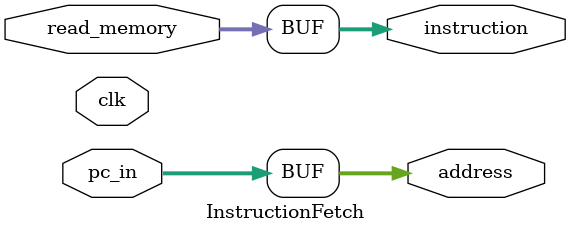
<source format=v>
module InstructionFetch(input wire clk,
                        input wire [15:0] pc_in,
                        input wire [31:0] read_memory,
                        output wire [15:0] address,
                        output wire [31:0] instruction);
    
    assign address     = pc_in;
    assign instruction = read_memory;
    
endmodule

</source>
